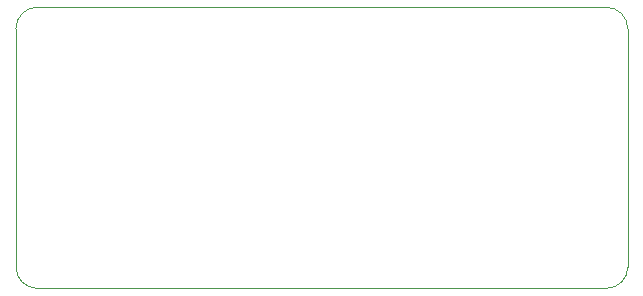
<source format=gbr>
%TF.GenerationSoftware,KiCad,Pcbnew,(6.0.4)*%
%TF.CreationDate,2022-06-15T11:08:03+02:00*%
%TF.ProjectId,W5500_Shield_Ethernet,57353530-305f-4536-9869-656c645f4574,rev?*%
%TF.SameCoordinates,Original*%
%TF.FileFunction,Profile,NP*%
%FSLAX46Y46*%
G04 Gerber Fmt 4.6, Leading zero omitted, Abs format (unit mm)*
G04 Created by KiCad (PCBNEW (6.0.4)) date 2022-06-15 11:08:03*
%MOMM*%
%LPD*%
G01*
G04 APERTURE LIST*
%TA.AperFunction,Profile*%
%ADD10C,0.100000*%
%TD*%
G04 APERTURE END LIST*
D10*
X132800000Y-60000000D02*
G75*
G03*
X131000000Y-58200000I-1800000J0D01*
G01*
X82800000Y-58200000D02*
G75*
G03*
X81000000Y-60000000I0J-1800000D01*
G01*
X81000000Y-60000000D02*
X81000000Y-80200000D01*
X82800000Y-82000000D02*
X131000000Y-82000000D01*
X81000000Y-80200000D02*
G75*
G03*
X82800000Y-82000000I1800000J0D01*
G01*
X131000000Y-58200000D02*
X82800000Y-58200000D01*
X131000000Y-82000000D02*
G75*
G03*
X132800000Y-80200000I0J1800000D01*
G01*
X132800000Y-80200000D02*
X132800000Y-60000000D01*
M02*

</source>
